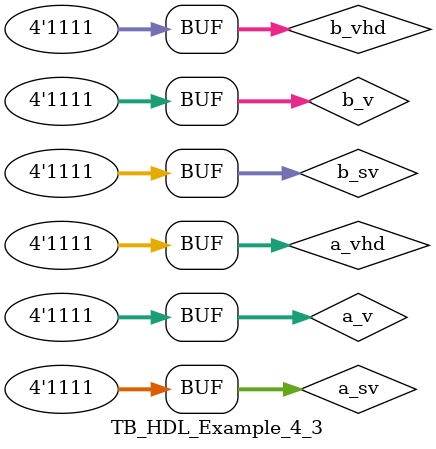
<source format=sv>
module TB_HDL_Example_4_3();
logic [3:0] a_sv, b_sv, y1_sv, y2_sv, y3_sv, y4_sv, y5_sv;
logic [3:0] a_v, b_v, y1_v, y2_v, y3_v, y4_v, y5_v;
logic [3:0] a_vhd, b_vhd, y1_vhd, y2_vhd, y3_vhd, y4_vhd, y5_vhd;

// instantiate device under test
gates_top dut
(
a_sv, b_sv, y1_sv, y2_sv, y3_sv, y4_sv, y5_sv, 
a_v, b_v, y1_v, y2_v, y3_v, y4_v, y5_v, 
a_vhd, b_vhd, y1_vhd, y2_vhd, y3_vhd, y4_vhd, y5_vhd 
);

// apply inputs one at a time
initial begin


//a_sv = 4b0000; a_v = 4b0000; a_vhd = 4b0000; #10; //bin
//a_sv = 4d0; a_v = 4d0; a_vhd = 4d0; #10; // dec


a_sv = 4'h0; a_v = 4'h0; a_vhd = 4'h0; ;  // hex
b_sv = 4'h0; b_v = 4'h0; b_vhd = 4'h0; #10; // hex
a_sv = 4'h1; a_v = 4'h1; a_vhd = 4'h1; #10; // hex
b_sv = 4'h1; b_v = 4'h1; b_vhd = 4'h1; #10; // hex
a_sv = 4'h2; a_v = 4'h2; a_vhd = 4'h2; #10; // hex
b_sv = 4'h2; b_v = 4'h2; b_vhd = 4'h2; #10; // hex
a_sv = 4'h3; a_v = 4'h3; a_vhd = 4'h3; #10; // hex
b_sv = 4'h3; b_v = 4'h3; b_vhd = 4'h3; #10; // hex
a_sv = 4'h4; a_v = 4'h4; a_vhd = 4'h4; #10;  // hex
b_sv = 4'h4; b_v = 4'h4; b_vhd = 4'h4; #10; // hex
a_sv = 4'h5; a_v = 4'h5; a_vhd = 4'h5; #10;  // hex
b_sv = 4'h5; b_v = 4'h5; b_vhd = 4'h5; #10; // hex
a_sv = 4'h6; a_v = 4'h6; a_vhd = 4'h6; #10;  // hex
b_sv = 4'h6; b_v = 4'h6; b_vhd = 4'h6; #10; // hex
a_sv = 4'h7; a_v = 4'h7; a_vhd = 4'h7; #10;  // hex
b_sv = 4'h7; b_v = 4'h7; b_vhd = 4'h7; #10; // hex
a_sv = 4'h8; a_v = 4'h8; a_vhd = 4'h8; #10;  // hex
b_sv = 4'h8; b_v = 4'h8; b_vhd = 4'h8; #10; // hex
a_sv = 4'h9; a_v = 4'h9; a_vhd = 4'h9; #10;  // hex
b_sv = 4'h9; b_v = 4'h9; b_vhd = 4'h9; #10; // hex
a_sv = 4'hA; a_v = 4'hA; a_vhd = 4'hA; #10;  // hex
b_sv = 4'hA; b_v = 4'hA; b_vhd = 4'hA; #10; // hex
a_sv = 4'hB; a_v = 4'hB; a_vhd = 4'hB; #10;  // hex
b_sv = 4'hB; b_v = 4'hB; b_vhd = 4'hB; #10; // hex
a_sv = 4'hC; a_v = 4'hC; a_vhd = 4'hC; #10;  // hex
b_sv = 4'hC; b_v = 4'hC; b_vhd = 4'hC; #10; // hex
a_sv = 4'hD; a_v = 4'hD; a_vhd = 4'hD; #10;  // hex
b_sv = 4'hD; b_v = 4'hD; b_vhd = 4'hD; #10; // hex
a_sv = 4'hE; a_v = 4'hE; a_vhd = 4'hE; #10;  // hex
b_sv = 4'hE; b_v = 4'hE; b_vhd = 4'hE; #10; // hex
a_sv = 4'hF; a_v = 4'hF; a_vhd = 4'hF; #10;  // hex
b_sv = 4'hF; b_v = 4'hF; b_vhd = 4'hF; #10; // hex

end
endmodule
</source>
